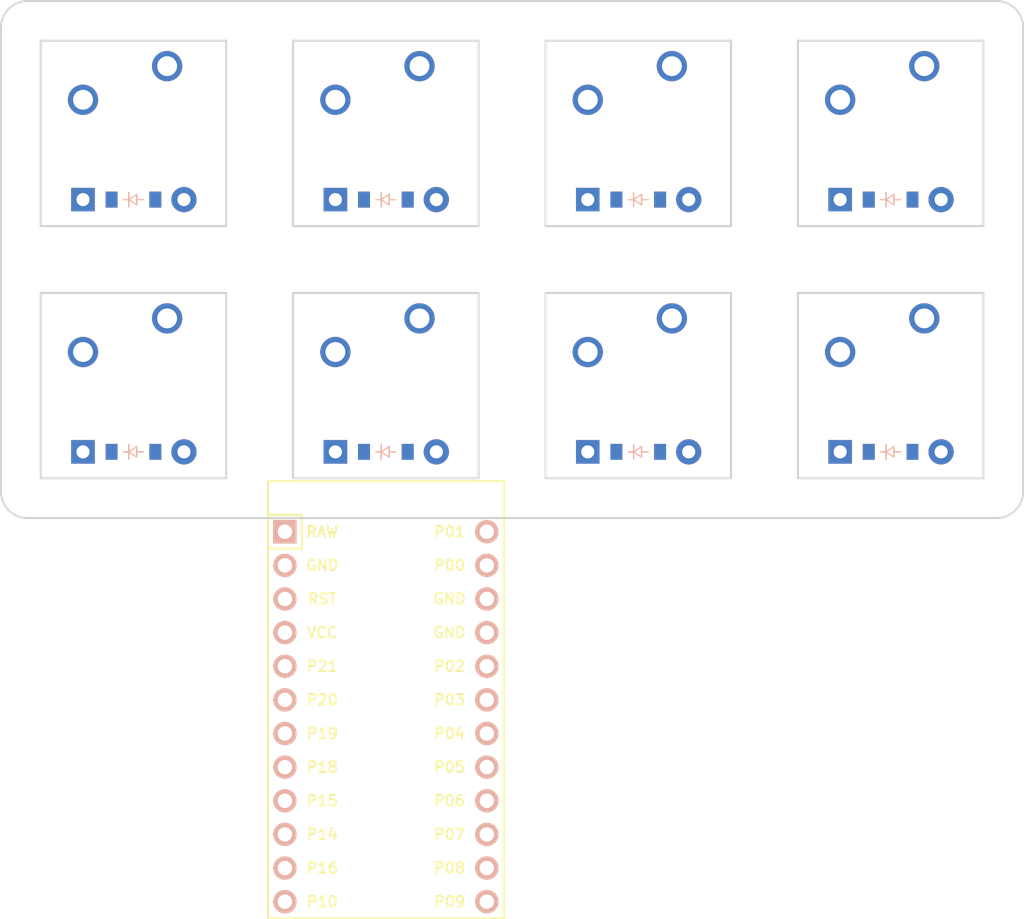
<source format=kicad_pcb>


(kicad_pcb (version 20171130) (host pcbnew 5.1.6)

  (page A3)
  (title_block
    (title "main")
    (rev "1")
    (company "Ergogen Design Prompt")
  )

  (general
    (thickness 1.6)
  )

  (layers
    (0 F.Cu signal)
    (31 B.Cu signal)
    (32 B.Adhes user)
    (33 F.Adhes user)
    (34 B.Paste user)
    (35 F.Paste user)
    (36 B.SilkS user)
    (37 F.SilkS user)
    (38 B.Mask user)
    (39 F.Mask user)
    (40 Dwgs.User user)
    (41 Cmts.User user)
    (42 Eco1.User user)
    (43 Eco2.User user)
    (44 Edge.Cuts user)
    (45 Margin user)
    (46 B.CrtYd user)
    (47 F.CrtYd user)
    (48 B.Fab user)
    (49 F.Fab user)
  )

  (setup
    (last_trace_width 0.25)
    (trace_clearance 0.2)
    (zone_clearance 0.508)
    (zone_45_only no)
    (trace_min 0.2)
    (via_size 0.8)
    (via_drill 0.4)
    (via_min_size 0.4)
    (via_min_drill 0.3)
    (uvia_size 0.3)
    (uvia_drill 0.1)
    (uvias_allowed no)
    (uvia_min_size 0.2)
    (uvia_min_drill 0.1)
    (edge_width 0.05)
    (segment_width 0.2)
    (pcb_text_width 0.3)
    (pcb_text_size 1.5 1.5)
    (mod_edge_width 0.12)
    (mod_text_size 1 1)
    (mod_text_width 0.15)
    (pad_size 1.524 1.524)
    (pad_drill 0.762)
    (pad_to_mask_clearance 0.05)
    (aux_axis_origin 0 0)
    (visible_elements FFFFFF7F)
    (pcbplotparams
      (layerselection 0x010fc_ffffffff)
      (usegerberextensions false)
      (usegerberattributes true)
      (usegerberadvancedattributes true)
      (creategerberjobfile true)
      (excludeedgelayer true)
      (linewidth 0.100000)
      (plotframeref false)
      (viasonmask false)
      (mode 1)
      (useauxorigin false)
      (hpglpennumber 1)
      (hpglpenspeed 20)
      (hpglpendiameter 15.000000)
      (psnegative false)
      (psa4output false)
      (plotreference true)
      (plotvalue true)
      (plotinvisibletext false)
      (padsonsilk false)
      (subtractmaskfromsilk false)
      (outputformat 1)
      (mirror false)
      (drillshape 1)
      (scaleselection 1)
      (outputdirectory ""))
  )

  (net 0 "")
(net 1 "C0")
(net 2 "col0_row0")
(net 3 "col0_row1")
(net 4 "C1")
(net 5 "col1_row0")
(net 6 "col1_row1")
(net 7 "C2")
(net 8 "col2_row0")
(net 9 "col2_row1")
(net 10 "C3")
(net 11 "col3_row0")
(net 12 "col3_row1")
(net 13 "R0")
(net 14 "R1")
(net 15 "RAW")
(net 16 "GND")
(net 17 "RST")
(net 18 "VCC")
(net 19 "P21")
(net 20 "P20")
(net 21 "P19")
(net 22 "P18")
(net 23 "P15")
(net 24 "P14")
(net 25 "P16")
(net 26 "P10")
(net 27 "P1")
(net 28 "P0")
(net 29 "P2")
(net 30 "P3")
(net 31 "P4")
(net 32 "P5")
(net 33 "P6")
(net 34 "P7")
(net 35 "P8")
(net 36 "P9")

  (net_class Default "This is the default net class."
    (clearance 0.2)
    (trace_width 0.25)
    (via_dia 0.8)
    (via_drill 0.4)
    (uvia_dia 0.3)
    (uvia_drill 0.1)
    (add_net "")
(add_net "C0")
(add_net "col0_row0")
(add_net "col0_row1")
(add_net "C1")
(add_net "col1_row0")
(add_net "col1_row1")
(add_net "C2")
(add_net "col2_row0")
(add_net "col2_row1")
(add_net "C3")
(add_net "col3_row0")
(add_net "col3_row1")
(add_net "R0")
(add_net "R1")
(add_net "RAW")
(add_net "GND")
(add_net "RST")
(add_net "VCC")
(add_net "P21")
(add_net "P20")
(add_net "P19")
(add_net "P18")
(add_net "P15")
(add_net "P14")
(add_net "P16")
(add_net "P10")
(add_net "P1")
(add_net "P0")
(add_net "P2")
(add_net "P3")
(add_net "P4")
(add_net "P5")
(add_net "P6")
(add_net "P7")
(add_net "P8")
(add_net "P9")
  )

  
        
      (module MX (layer F.Cu) (tedit 5DD4F656)
      (at 0 0 0)

      
      (fp_text reference "S1" (at 0 0) (layer F.SilkS) hide (effects (font (size 1.27 1.27) (thickness 0.15))))
      (fp_text value "" (at 0 0) (layer F.SilkS) hide (effects (font (size 1.27 1.27) (thickness 0.15))))

      
      (fp_line (start -7 -6) (end -7 -7) (layer Dwgs.User) (width 0.15))
      (fp_line (start -7 7) (end -6 7) (layer Dwgs.User) (width 0.15))
      (fp_line (start -6 -7) (end -7 -7) (layer Dwgs.User) (width 0.15))
      (fp_line (start -7 7) (end -7 6) (layer Dwgs.User) (width 0.15))
      (fp_line (start 7 6) (end 7 7) (layer Dwgs.User) (width 0.15))
      (fp_line (start 7 -7) (end 6 -7) (layer Dwgs.User) (width 0.15))
      (fp_line (start 6 7) (end 7 7) (layer Dwgs.User) (width 0.15))
      (fp_line (start 7 -7) (end 7 -6) (layer Dwgs.User) (width 0.15))
    
      
      (pad "" np_thru_hole circle (at 0 0) (size 3.9878 3.9878) (drill 3.9878) (layers *.Cu *.Mask))

      
      (pad "" np_thru_hole circle (at 5.08 0) (size 1.7018 1.7018) (drill 1.7018) (layers *.Cu *.Mask))
      (pad "" np_thru_hole circle (at -5.08 0) (size 1.7018 1.7018) (drill 1.7018) (layers *.Cu *.Mask))
      
        
        
            
            (pad 1 thru_hole circle (at 2.54 -5.08) (size 2.286 2.286) (drill 1.4986) (layers *.Cu *.Mask) (net 1 "C0"))
            (pad 2 thru_hole circle (at -3.81 -2.54) (size 2.286 2.286) (drill 1.4986) (layers *.Cu *.Mask) (net 2 "col0_row0"))
          )
        

        
      (module MX (layer F.Cu) (tedit 5DD4F656)
      (at 0 -19.05 0)

      
      (fp_text reference "S2" (at 0 0) (layer F.SilkS) hide (effects (font (size 1.27 1.27) (thickness 0.15))))
      (fp_text value "" (at 0 0) (layer F.SilkS) hide (effects (font (size 1.27 1.27) (thickness 0.15))))

      
      (fp_line (start -7 -6) (end -7 -7) (layer Dwgs.User) (width 0.15))
      (fp_line (start -7 7) (end -6 7) (layer Dwgs.User) (width 0.15))
      (fp_line (start -6 -7) (end -7 -7) (layer Dwgs.User) (width 0.15))
      (fp_line (start -7 7) (end -7 6) (layer Dwgs.User) (width 0.15))
      (fp_line (start 7 6) (end 7 7) (layer Dwgs.User) (width 0.15))
      (fp_line (start 7 -7) (end 6 -7) (layer Dwgs.User) (width 0.15))
      (fp_line (start 6 7) (end 7 7) (layer Dwgs.User) (width 0.15))
      (fp_line (start 7 -7) (end 7 -6) (layer Dwgs.User) (width 0.15))
    
      
      (pad "" np_thru_hole circle (at 0 0) (size 3.9878 3.9878) (drill 3.9878) (layers *.Cu *.Mask))

      
      (pad "" np_thru_hole circle (at 5.08 0) (size 1.7018 1.7018) (drill 1.7018) (layers *.Cu *.Mask))
      (pad "" np_thru_hole circle (at -5.08 0) (size 1.7018 1.7018) (drill 1.7018) (layers *.Cu *.Mask))
      
        
        
            
            (pad 1 thru_hole circle (at 2.54 -5.08) (size 2.286 2.286) (drill 1.4986) (layers *.Cu *.Mask) (net 1 "C0"))
            (pad 2 thru_hole circle (at -3.81 -2.54) (size 2.286 2.286) (drill 1.4986) (layers *.Cu *.Mask) (net 3 "col0_row1"))
          )
        

        
      (module MX (layer F.Cu) (tedit 5DD4F656)
      (at 19.05 0 0)

      
      (fp_text reference "S3" (at 0 0) (layer F.SilkS) hide (effects (font (size 1.27 1.27) (thickness 0.15))))
      (fp_text value "" (at 0 0) (layer F.SilkS) hide (effects (font (size 1.27 1.27) (thickness 0.15))))

      
      (fp_line (start -7 -6) (end -7 -7) (layer Dwgs.User) (width 0.15))
      (fp_line (start -7 7) (end -6 7) (layer Dwgs.User) (width 0.15))
      (fp_line (start -6 -7) (end -7 -7) (layer Dwgs.User) (width 0.15))
      (fp_line (start -7 7) (end -7 6) (layer Dwgs.User) (width 0.15))
      (fp_line (start 7 6) (end 7 7) (layer Dwgs.User) (width 0.15))
      (fp_line (start 7 -7) (end 6 -7) (layer Dwgs.User) (width 0.15))
      (fp_line (start 6 7) (end 7 7) (layer Dwgs.User) (width 0.15))
      (fp_line (start 7 -7) (end 7 -6) (layer Dwgs.User) (width 0.15))
    
      
      (pad "" np_thru_hole circle (at 0 0) (size 3.9878 3.9878) (drill 3.9878) (layers *.Cu *.Mask))

      
      (pad "" np_thru_hole circle (at 5.08 0) (size 1.7018 1.7018) (drill 1.7018) (layers *.Cu *.Mask))
      (pad "" np_thru_hole circle (at -5.08 0) (size 1.7018 1.7018) (drill 1.7018) (layers *.Cu *.Mask))
      
        
        
            
            (pad 1 thru_hole circle (at 2.54 -5.08) (size 2.286 2.286) (drill 1.4986) (layers *.Cu *.Mask) (net 4 "C1"))
            (pad 2 thru_hole circle (at -3.81 -2.54) (size 2.286 2.286) (drill 1.4986) (layers *.Cu *.Mask) (net 5 "col1_row0"))
          )
        

        
      (module MX (layer F.Cu) (tedit 5DD4F656)
      (at 19.05 -19.05 0)

      
      (fp_text reference "S4" (at 0 0) (layer F.SilkS) hide (effects (font (size 1.27 1.27) (thickness 0.15))))
      (fp_text value "" (at 0 0) (layer F.SilkS) hide (effects (font (size 1.27 1.27) (thickness 0.15))))

      
      (fp_line (start -7 -6) (end -7 -7) (layer Dwgs.User) (width 0.15))
      (fp_line (start -7 7) (end -6 7) (layer Dwgs.User) (width 0.15))
      (fp_line (start -6 -7) (end -7 -7) (layer Dwgs.User) (width 0.15))
      (fp_line (start -7 7) (end -7 6) (layer Dwgs.User) (width 0.15))
      (fp_line (start 7 6) (end 7 7) (layer Dwgs.User) (width 0.15))
      (fp_line (start 7 -7) (end 6 -7) (layer Dwgs.User) (width 0.15))
      (fp_line (start 6 7) (end 7 7) (layer Dwgs.User) (width 0.15))
      (fp_line (start 7 -7) (end 7 -6) (layer Dwgs.User) (width 0.15))
    
      
      (pad "" np_thru_hole circle (at 0 0) (size 3.9878 3.9878) (drill 3.9878) (layers *.Cu *.Mask))

      
      (pad "" np_thru_hole circle (at 5.08 0) (size 1.7018 1.7018) (drill 1.7018) (layers *.Cu *.Mask))
      (pad "" np_thru_hole circle (at -5.08 0) (size 1.7018 1.7018) (drill 1.7018) (layers *.Cu *.Mask))
      
        
        
            
            (pad 1 thru_hole circle (at 2.54 -5.08) (size 2.286 2.286) (drill 1.4986) (layers *.Cu *.Mask) (net 4 "C1"))
            (pad 2 thru_hole circle (at -3.81 -2.54) (size 2.286 2.286) (drill 1.4986) (layers *.Cu *.Mask) (net 6 "col1_row1"))
          )
        

        
      (module MX (layer F.Cu) (tedit 5DD4F656)
      (at 38.1 0 0)

      
      (fp_text reference "S5" (at 0 0) (layer F.SilkS) hide (effects (font (size 1.27 1.27) (thickness 0.15))))
      (fp_text value "" (at 0 0) (layer F.SilkS) hide (effects (font (size 1.27 1.27) (thickness 0.15))))

      
      (fp_line (start -7 -6) (end -7 -7) (layer Dwgs.User) (width 0.15))
      (fp_line (start -7 7) (end -6 7) (layer Dwgs.User) (width 0.15))
      (fp_line (start -6 -7) (end -7 -7) (layer Dwgs.User) (width 0.15))
      (fp_line (start -7 7) (end -7 6) (layer Dwgs.User) (width 0.15))
      (fp_line (start 7 6) (end 7 7) (layer Dwgs.User) (width 0.15))
      (fp_line (start 7 -7) (end 6 -7) (layer Dwgs.User) (width 0.15))
      (fp_line (start 6 7) (end 7 7) (layer Dwgs.User) (width 0.15))
      (fp_line (start 7 -7) (end 7 -6) (layer Dwgs.User) (width 0.15))
    
      
      (pad "" np_thru_hole circle (at 0 0) (size 3.9878 3.9878) (drill 3.9878) (layers *.Cu *.Mask))

      
      (pad "" np_thru_hole circle (at 5.08 0) (size 1.7018 1.7018) (drill 1.7018) (layers *.Cu *.Mask))
      (pad "" np_thru_hole circle (at -5.08 0) (size 1.7018 1.7018) (drill 1.7018) (layers *.Cu *.Mask))
      
        
        
            
            (pad 1 thru_hole circle (at 2.54 -5.08) (size 2.286 2.286) (drill 1.4986) (layers *.Cu *.Mask) (net 7 "C2"))
            (pad 2 thru_hole circle (at -3.81 -2.54) (size 2.286 2.286) (drill 1.4986) (layers *.Cu *.Mask) (net 8 "col2_row0"))
          )
        

        
      (module MX (layer F.Cu) (tedit 5DD4F656)
      (at 38.1 -19.05 0)

      
      (fp_text reference "S6" (at 0 0) (layer F.SilkS) hide (effects (font (size 1.27 1.27) (thickness 0.15))))
      (fp_text value "" (at 0 0) (layer F.SilkS) hide (effects (font (size 1.27 1.27) (thickness 0.15))))

      
      (fp_line (start -7 -6) (end -7 -7) (layer Dwgs.User) (width 0.15))
      (fp_line (start -7 7) (end -6 7) (layer Dwgs.User) (width 0.15))
      (fp_line (start -6 -7) (end -7 -7) (layer Dwgs.User) (width 0.15))
      (fp_line (start -7 7) (end -7 6) (layer Dwgs.User) (width 0.15))
      (fp_line (start 7 6) (end 7 7) (layer Dwgs.User) (width 0.15))
      (fp_line (start 7 -7) (end 6 -7) (layer Dwgs.User) (width 0.15))
      (fp_line (start 6 7) (end 7 7) (layer Dwgs.User) (width 0.15))
      (fp_line (start 7 -7) (end 7 -6) (layer Dwgs.User) (width 0.15))
    
      
      (pad "" np_thru_hole circle (at 0 0) (size 3.9878 3.9878) (drill 3.9878) (layers *.Cu *.Mask))

      
      (pad "" np_thru_hole circle (at 5.08 0) (size 1.7018 1.7018) (drill 1.7018) (layers *.Cu *.Mask))
      (pad "" np_thru_hole circle (at -5.08 0) (size 1.7018 1.7018) (drill 1.7018) (layers *.Cu *.Mask))
      
        
        
            
            (pad 1 thru_hole circle (at 2.54 -5.08) (size 2.286 2.286) (drill 1.4986) (layers *.Cu *.Mask) (net 7 "C2"))
            (pad 2 thru_hole circle (at -3.81 -2.54) (size 2.286 2.286) (drill 1.4986) (layers *.Cu *.Mask) (net 9 "col2_row1"))
          )
        

        
      (module MX (layer F.Cu) (tedit 5DD4F656)
      (at 57.15 0 0)

      
      (fp_text reference "S7" (at 0 0) (layer F.SilkS) hide (effects (font (size 1.27 1.27) (thickness 0.15))))
      (fp_text value "" (at 0 0) (layer F.SilkS) hide (effects (font (size 1.27 1.27) (thickness 0.15))))

      
      (fp_line (start -7 -6) (end -7 -7) (layer Dwgs.User) (width 0.15))
      (fp_line (start -7 7) (end -6 7) (layer Dwgs.User) (width 0.15))
      (fp_line (start -6 -7) (end -7 -7) (layer Dwgs.User) (width 0.15))
      (fp_line (start -7 7) (end -7 6) (layer Dwgs.User) (width 0.15))
      (fp_line (start 7 6) (end 7 7) (layer Dwgs.User) (width 0.15))
      (fp_line (start 7 -7) (end 6 -7) (layer Dwgs.User) (width 0.15))
      (fp_line (start 6 7) (end 7 7) (layer Dwgs.User) (width 0.15))
      (fp_line (start 7 -7) (end 7 -6) (layer Dwgs.User) (width 0.15))
    
      
      (pad "" np_thru_hole circle (at 0 0) (size 3.9878 3.9878) (drill 3.9878) (layers *.Cu *.Mask))

      
      (pad "" np_thru_hole circle (at 5.08 0) (size 1.7018 1.7018) (drill 1.7018) (layers *.Cu *.Mask))
      (pad "" np_thru_hole circle (at -5.08 0) (size 1.7018 1.7018) (drill 1.7018) (layers *.Cu *.Mask))
      
        
        
            
            (pad 1 thru_hole circle (at 2.54 -5.08) (size 2.286 2.286) (drill 1.4986) (layers *.Cu *.Mask) (net 10 "C3"))
            (pad 2 thru_hole circle (at -3.81 -2.54) (size 2.286 2.286) (drill 1.4986) (layers *.Cu *.Mask) (net 11 "col3_row0"))
          )
        

        
      (module MX (layer F.Cu) (tedit 5DD4F656)
      (at 57.15 -19.05 0)

      
      (fp_text reference "S8" (at 0 0) (layer F.SilkS) hide (effects (font (size 1.27 1.27) (thickness 0.15))))
      (fp_text value "" (at 0 0) (layer F.SilkS) hide (effects (font (size 1.27 1.27) (thickness 0.15))))

      
      (fp_line (start -7 -6) (end -7 -7) (layer Dwgs.User) (width 0.15))
      (fp_line (start -7 7) (end -6 7) (layer Dwgs.User) (width 0.15))
      (fp_line (start -6 -7) (end -7 -7) (layer Dwgs.User) (width 0.15))
      (fp_line (start -7 7) (end -7 6) (layer Dwgs.User) (width 0.15))
      (fp_line (start 7 6) (end 7 7) (layer Dwgs.User) (width 0.15))
      (fp_line (start 7 -7) (end 6 -7) (layer Dwgs.User) (width 0.15))
      (fp_line (start 6 7) (end 7 7) (layer Dwgs.User) (width 0.15))
      (fp_line (start 7 -7) (end 7 -6) (layer Dwgs.User) (width 0.15))
    
      
      (pad "" np_thru_hole circle (at 0 0) (size 3.9878 3.9878) (drill 3.9878) (layers *.Cu *.Mask))

      
      (pad "" np_thru_hole circle (at 5.08 0) (size 1.7018 1.7018) (drill 1.7018) (layers *.Cu *.Mask))
      (pad "" np_thru_hole circle (at -5.08 0) (size 1.7018 1.7018) (drill 1.7018) (layers *.Cu *.Mask))
      
        
        
            
            (pad 1 thru_hole circle (at 2.54 -5.08) (size 2.286 2.286) (drill 1.4986) (layers *.Cu *.Mask) (net 10 "C3"))
            (pad 2 thru_hole circle (at -3.81 -2.54) (size 2.286 2.286) (drill 1.4986) (layers *.Cu *.Mask) (net 12 "col3_row1"))
          )
        

  
    (module ComboDiode (layer F.Cu) (tedit 5B24D78E)


        (at 0 5 0)

        
        (fp_text reference "D1" (at 0 0) (layer F.SilkS) hide (effects (font (size 1.27 1.27) (thickness 0.15))))
        (fp_text value "" (at 0 0) (layer F.SilkS) hide (effects (font (size 1.27 1.27) (thickness 0.15))))
        
        
        (fp_line (start 0.25 0) (end 0.75 0) (layer F.SilkS) (width 0.1))
        (fp_line (start 0.25 0.4) (end -0.35 0) (layer F.SilkS) (width 0.1))
        (fp_line (start 0.25 -0.4) (end 0.25 0.4) (layer F.SilkS) (width 0.1))
        (fp_line (start -0.35 0) (end 0.25 -0.4) (layer F.SilkS) (width 0.1))
        (fp_line (start -0.35 0) (end -0.35 0.55) (layer F.SilkS) (width 0.1))
        (fp_line (start -0.35 0) (end -0.35 -0.55) (layer F.SilkS) (width 0.1))
        (fp_line (start -0.75 0) (end -0.35 0) (layer F.SilkS) (width 0.1))
        (fp_line (start 0.25 0) (end 0.75 0) (layer B.SilkS) (width 0.1))
        (fp_line (start 0.25 0.4) (end -0.35 0) (layer B.SilkS) (width 0.1))
        (fp_line (start 0.25 -0.4) (end 0.25 0.4) (layer B.SilkS) (width 0.1))
        (fp_line (start -0.35 0) (end 0.25 -0.4) (layer B.SilkS) (width 0.1))
        (fp_line (start -0.35 0) (end -0.35 0.55) (layer B.SilkS) (width 0.1))
        (fp_line (start -0.35 0) (end -0.35 -0.55) (layer B.SilkS) (width 0.1))
        (fp_line (start -0.75 0) (end -0.35 0) (layer B.SilkS) (width 0.1))
    
        
        (pad 1 smd rect (at -1.65 0 0) (size 0.9 1.2) (layers F.Cu F.Paste F.Mask) (net 13 "R0"))
        (pad 2 smd rect (at 1.65 0 0) (size 0.9 1.2) (layers B.Cu B.Paste B.Mask) (net 2 "col0_row0"))
        (pad 1 smd rect (at -1.65 0 0) (size 0.9 1.2) (layers B.Cu B.Paste B.Mask) (net 13 "R0"))
        (pad 2 smd rect (at 1.65 0 0) (size 0.9 1.2) (layers F.Cu F.Paste F.Mask) (net 2 "col0_row0"))
        
        
        (pad 1 thru_hole rect (at -3.81 0 0) (size 1.778 1.778) (drill 0.9906) (layers *.Cu *.Mask) (net 13 "R0"))
        (pad 2 thru_hole circle (at 3.81 0 0) (size 1.905 1.905) (drill 0.9906) (layers *.Cu *.Mask) (net 2 "col0_row0"))
    )
  
    

  
    (module ComboDiode (layer F.Cu) (tedit 5B24D78E)


        (at 0 -14.05 0)

        
        (fp_text reference "D2" (at 0 0) (layer F.SilkS) hide (effects (font (size 1.27 1.27) (thickness 0.15))))
        (fp_text value "" (at 0 0) (layer F.SilkS) hide (effects (font (size 1.27 1.27) (thickness 0.15))))
        
        
        (fp_line (start 0.25 0) (end 0.75 0) (layer F.SilkS) (width 0.1))
        (fp_line (start 0.25 0.4) (end -0.35 0) (layer F.SilkS) (width 0.1))
        (fp_line (start 0.25 -0.4) (end 0.25 0.4) (layer F.SilkS) (width 0.1))
        (fp_line (start -0.35 0) (end 0.25 -0.4) (layer F.SilkS) (width 0.1))
        (fp_line (start -0.35 0) (end -0.35 0.55) (layer F.SilkS) (width 0.1))
        (fp_line (start -0.35 0) (end -0.35 -0.55) (layer F.SilkS) (width 0.1))
        (fp_line (start -0.75 0) (end -0.35 0) (layer F.SilkS) (width 0.1))
        (fp_line (start 0.25 0) (end 0.75 0) (layer B.SilkS) (width 0.1))
        (fp_line (start 0.25 0.4) (end -0.35 0) (layer B.SilkS) (width 0.1))
        (fp_line (start 0.25 -0.4) (end 0.25 0.4) (layer B.SilkS) (width 0.1))
        (fp_line (start -0.35 0) (end 0.25 -0.4) (layer B.SilkS) (width 0.1))
        (fp_line (start -0.35 0) (end -0.35 0.55) (layer B.SilkS) (width 0.1))
        (fp_line (start -0.35 0) (end -0.35 -0.55) (layer B.SilkS) (width 0.1))
        (fp_line (start -0.75 0) (end -0.35 0) (layer B.SilkS) (width 0.1))
    
        
        (pad 1 smd rect (at -1.65 0 0) (size 0.9 1.2) (layers F.Cu F.Paste F.Mask) (net 14 "R1"))
        (pad 2 smd rect (at 1.65 0 0) (size 0.9 1.2) (layers B.Cu B.Paste B.Mask) (net 3 "col0_row1"))
        (pad 1 smd rect (at -1.65 0 0) (size 0.9 1.2) (layers B.Cu B.Paste B.Mask) (net 14 "R1"))
        (pad 2 smd rect (at 1.65 0 0) (size 0.9 1.2) (layers F.Cu F.Paste F.Mask) (net 3 "col0_row1"))
        
        
        (pad 1 thru_hole rect (at -3.81 0 0) (size 1.778 1.778) (drill 0.9906) (layers *.Cu *.Mask) (net 14 "R1"))
        (pad 2 thru_hole circle (at 3.81 0 0) (size 1.905 1.905) (drill 0.9906) (layers *.Cu *.Mask) (net 3 "col0_row1"))
    )
  
    

  
    (module ComboDiode (layer F.Cu) (tedit 5B24D78E)


        (at 19.05 5 0)

        
        (fp_text reference "D3" (at 0 0) (layer F.SilkS) hide (effects (font (size 1.27 1.27) (thickness 0.15))))
        (fp_text value "" (at 0 0) (layer F.SilkS) hide (effects (font (size 1.27 1.27) (thickness 0.15))))
        
        
        (fp_line (start 0.25 0) (end 0.75 0) (layer F.SilkS) (width 0.1))
        (fp_line (start 0.25 0.4) (end -0.35 0) (layer F.SilkS) (width 0.1))
        (fp_line (start 0.25 -0.4) (end 0.25 0.4) (layer F.SilkS) (width 0.1))
        (fp_line (start -0.35 0) (end 0.25 -0.4) (layer F.SilkS) (width 0.1))
        (fp_line (start -0.35 0) (end -0.35 0.55) (layer F.SilkS) (width 0.1))
        (fp_line (start -0.35 0) (end -0.35 -0.55) (layer F.SilkS) (width 0.1))
        (fp_line (start -0.75 0) (end -0.35 0) (layer F.SilkS) (width 0.1))
        (fp_line (start 0.25 0) (end 0.75 0) (layer B.SilkS) (width 0.1))
        (fp_line (start 0.25 0.4) (end -0.35 0) (layer B.SilkS) (width 0.1))
        (fp_line (start 0.25 -0.4) (end 0.25 0.4) (layer B.SilkS) (width 0.1))
        (fp_line (start -0.35 0) (end 0.25 -0.4) (layer B.SilkS) (width 0.1))
        (fp_line (start -0.35 0) (end -0.35 0.55) (layer B.SilkS) (width 0.1))
        (fp_line (start -0.35 0) (end -0.35 -0.55) (layer B.SilkS) (width 0.1))
        (fp_line (start -0.75 0) (end -0.35 0) (layer B.SilkS) (width 0.1))
    
        
        (pad 1 smd rect (at -1.65 0 0) (size 0.9 1.2) (layers F.Cu F.Paste F.Mask) (net 13 "R0"))
        (pad 2 smd rect (at 1.65 0 0) (size 0.9 1.2) (layers B.Cu B.Paste B.Mask) (net 5 "col1_row0"))
        (pad 1 smd rect (at -1.65 0 0) (size 0.9 1.2) (layers B.Cu B.Paste B.Mask) (net 13 "R0"))
        (pad 2 smd rect (at 1.65 0 0) (size 0.9 1.2) (layers F.Cu F.Paste F.Mask) (net 5 "col1_row0"))
        
        
        (pad 1 thru_hole rect (at -3.81 0 0) (size 1.778 1.778) (drill 0.9906) (layers *.Cu *.Mask) (net 13 "R0"))
        (pad 2 thru_hole circle (at 3.81 0 0) (size 1.905 1.905) (drill 0.9906) (layers *.Cu *.Mask) (net 5 "col1_row0"))
    )
  
    

  
    (module ComboDiode (layer F.Cu) (tedit 5B24D78E)


        (at 19.05 -14.05 0)

        
        (fp_text reference "D4" (at 0 0) (layer F.SilkS) hide (effects (font (size 1.27 1.27) (thickness 0.15))))
        (fp_text value "" (at 0 0) (layer F.SilkS) hide (effects (font (size 1.27 1.27) (thickness 0.15))))
        
        
        (fp_line (start 0.25 0) (end 0.75 0) (layer F.SilkS) (width 0.1))
        (fp_line (start 0.25 0.4) (end -0.35 0) (layer F.SilkS) (width 0.1))
        (fp_line (start 0.25 -0.4) (end 0.25 0.4) (layer F.SilkS) (width 0.1))
        (fp_line (start -0.35 0) (end 0.25 -0.4) (layer F.SilkS) (width 0.1))
        (fp_line (start -0.35 0) (end -0.35 0.55) (layer F.SilkS) (width 0.1))
        (fp_line (start -0.35 0) (end -0.35 -0.55) (layer F.SilkS) (width 0.1))
        (fp_line (start -0.75 0) (end -0.35 0) (layer F.SilkS) (width 0.1))
        (fp_line (start 0.25 0) (end 0.75 0) (layer B.SilkS) (width 0.1))
        (fp_line (start 0.25 0.4) (end -0.35 0) (layer B.SilkS) (width 0.1))
        (fp_line (start 0.25 -0.4) (end 0.25 0.4) (layer B.SilkS) (width 0.1))
        (fp_line (start -0.35 0) (end 0.25 -0.4) (layer B.SilkS) (width 0.1))
        (fp_line (start -0.35 0) (end -0.35 0.55) (layer B.SilkS) (width 0.1))
        (fp_line (start -0.35 0) (end -0.35 -0.55) (layer B.SilkS) (width 0.1))
        (fp_line (start -0.75 0) (end -0.35 0) (layer B.SilkS) (width 0.1))
    
        
        (pad 1 smd rect (at -1.65 0 0) (size 0.9 1.2) (layers F.Cu F.Paste F.Mask) (net 14 "R1"))
        (pad 2 smd rect (at 1.65 0 0) (size 0.9 1.2) (layers B.Cu B.Paste B.Mask) (net 6 "col1_row1"))
        (pad 1 smd rect (at -1.65 0 0) (size 0.9 1.2) (layers B.Cu B.Paste B.Mask) (net 14 "R1"))
        (pad 2 smd rect (at 1.65 0 0) (size 0.9 1.2) (layers F.Cu F.Paste F.Mask) (net 6 "col1_row1"))
        
        
        (pad 1 thru_hole rect (at -3.81 0 0) (size 1.778 1.778) (drill 0.9906) (layers *.Cu *.Mask) (net 14 "R1"))
        (pad 2 thru_hole circle (at 3.81 0 0) (size 1.905 1.905) (drill 0.9906) (layers *.Cu *.Mask) (net 6 "col1_row1"))
    )
  
    

  
    (module ComboDiode (layer F.Cu) (tedit 5B24D78E)


        (at 38.1 5 0)

        
        (fp_text reference "D5" (at 0 0) (layer F.SilkS) hide (effects (font (size 1.27 1.27) (thickness 0.15))))
        (fp_text value "" (at 0 0) (layer F.SilkS) hide (effects (font (size 1.27 1.27) (thickness 0.15))))
        
        
        (fp_line (start 0.25 0) (end 0.75 0) (layer F.SilkS) (width 0.1))
        (fp_line (start 0.25 0.4) (end -0.35 0) (layer F.SilkS) (width 0.1))
        (fp_line (start 0.25 -0.4) (end 0.25 0.4) (layer F.SilkS) (width 0.1))
        (fp_line (start -0.35 0) (end 0.25 -0.4) (layer F.SilkS) (width 0.1))
        (fp_line (start -0.35 0) (end -0.35 0.55) (layer F.SilkS) (width 0.1))
        (fp_line (start -0.35 0) (end -0.35 -0.55) (layer F.SilkS) (width 0.1))
        (fp_line (start -0.75 0) (end -0.35 0) (layer F.SilkS) (width 0.1))
        (fp_line (start 0.25 0) (end 0.75 0) (layer B.SilkS) (width 0.1))
        (fp_line (start 0.25 0.4) (end -0.35 0) (layer B.SilkS) (width 0.1))
        (fp_line (start 0.25 -0.4) (end 0.25 0.4) (layer B.SilkS) (width 0.1))
        (fp_line (start -0.35 0) (end 0.25 -0.4) (layer B.SilkS) (width 0.1))
        (fp_line (start -0.35 0) (end -0.35 0.55) (layer B.SilkS) (width 0.1))
        (fp_line (start -0.35 0) (end -0.35 -0.55) (layer B.SilkS) (width 0.1))
        (fp_line (start -0.75 0) (end -0.35 0) (layer B.SilkS) (width 0.1))
    
        
        (pad 1 smd rect (at -1.65 0 0) (size 0.9 1.2) (layers F.Cu F.Paste F.Mask) (net 13 "R0"))
        (pad 2 smd rect (at 1.65 0 0) (size 0.9 1.2) (layers B.Cu B.Paste B.Mask) (net 8 "col2_row0"))
        (pad 1 smd rect (at -1.65 0 0) (size 0.9 1.2) (layers B.Cu B.Paste B.Mask) (net 13 "R0"))
        (pad 2 smd rect (at 1.65 0 0) (size 0.9 1.2) (layers F.Cu F.Paste F.Mask) (net 8 "col2_row0"))
        
        
        (pad 1 thru_hole rect (at -3.81 0 0) (size 1.778 1.778) (drill 0.9906) (layers *.Cu *.Mask) (net 13 "R0"))
        (pad 2 thru_hole circle (at 3.81 0 0) (size 1.905 1.905) (drill 0.9906) (layers *.Cu *.Mask) (net 8 "col2_row0"))
    )
  
    

  
    (module ComboDiode (layer F.Cu) (tedit 5B24D78E)


        (at 38.1 -14.05 0)

        
        (fp_text reference "D6" (at 0 0) (layer F.SilkS) hide (effects (font (size 1.27 1.27) (thickness 0.15))))
        (fp_text value "" (at 0 0) (layer F.SilkS) hide (effects (font (size 1.27 1.27) (thickness 0.15))))
        
        
        (fp_line (start 0.25 0) (end 0.75 0) (layer F.SilkS) (width 0.1))
        (fp_line (start 0.25 0.4) (end -0.35 0) (layer F.SilkS) (width 0.1))
        (fp_line (start 0.25 -0.4) (end 0.25 0.4) (layer F.SilkS) (width 0.1))
        (fp_line (start -0.35 0) (end 0.25 -0.4) (layer F.SilkS) (width 0.1))
        (fp_line (start -0.35 0) (end -0.35 0.55) (layer F.SilkS) (width 0.1))
        (fp_line (start -0.35 0) (end -0.35 -0.55) (layer F.SilkS) (width 0.1))
        (fp_line (start -0.75 0) (end -0.35 0) (layer F.SilkS) (width 0.1))
        (fp_line (start 0.25 0) (end 0.75 0) (layer B.SilkS) (width 0.1))
        (fp_line (start 0.25 0.4) (end -0.35 0) (layer B.SilkS) (width 0.1))
        (fp_line (start 0.25 -0.4) (end 0.25 0.4) (layer B.SilkS) (width 0.1))
        (fp_line (start -0.35 0) (end 0.25 -0.4) (layer B.SilkS) (width 0.1))
        (fp_line (start -0.35 0) (end -0.35 0.55) (layer B.SilkS) (width 0.1))
        (fp_line (start -0.35 0) (end -0.35 -0.55) (layer B.SilkS) (width 0.1))
        (fp_line (start -0.75 0) (end -0.35 0) (layer B.SilkS) (width 0.1))
    
        
        (pad 1 smd rect (at -1.65 0 0) (size 0.9 1.2) (layers F.Cu F.Paste F.Mask) (net 14 "R1"))
        (pad 2 smd rect (at 1.65 0 0) (size 0.9 1.2) (layers B.Cu B.Paste B.Mask) (net 9 "col2_row1"))
        (pad 1 smd rect (at -1.65 0 0) (size 0.9 1.2) (layers B.Cu B.Paste B.Mask) (net 14 "R1"))
        (pad 2 smd rect (at 1.65 0 0) (size 0.9 1.2) (layers F.Cu F.Paste F.Mask) (net 9 "col2_row1"))
        
        
        (pad 1 thru_hole rect (at -3.81 0 0) (size 1.778 1.778) (drill 0.9906) (layers *.Cu *.Mask) (net 14 "R1"))
        (pad 2 thru_hole circle (at 3.81 0 0) (size 1.905 1.905) (drill 0.9906) (layers *.Cu *.Mask) (net 9 "col2_row1"))
    )
  
    

  
    (module ComboDiode (layer F.Cu) (tedit 5B24D78E)


        (at 57.15 5 0)

        
        (fp_text reference "D7" (at 0 0) (layer F.SilkS) hide (effects (font (size 1.27 1.27) (thickness 0.15))))
        (fp_text value "" (at 0 0) (layer F.SilkS) hide (effects (font (size 1.27 1.27) (thickness 0.15))))
        
        
        (fp_line (start 0.25 0) (end 0.75 0) (layer F.SilkS) (width 0.1))
        (fp_line (start 0.25 0.4) (end -0.35 0) (layer F.SilkS) (width 0.1))
        (fp_line (start 0.25 -0.4) (end 0.25 0.4) (layer F.SilkS) (width 0.1))
        (fp_line (start -0.35 0) (end 0.25 -0.4) (layer F.SilkS) (width 0.1))
        (fp_line (start -0.35 0) (end -0.35 0.55) (layer F.SilkS) (width 0.1))
        (fp_line (start -0.35 0) (end -0.35 -0.55) (layer F.SilkS) (width 0.1))
        (fp_line (start -0.75 0) (end -0.35 0) (layer F.SilkS) (width 0.1))
        (fp_line (start 0.25 0) (end 0.75 0) (layer B.SilkS) (width 0.1))
        (fp_line (start 0.25 0.4) (end -0.35 0) (layer B.SilkS) (width 0.1))
        (fp_line (start 0.25 -0.4) (end 0.25 0.4) (layer B.SilkS) (width 0.1))
        (fp_line (start -0.35 0) (end 0.25 -0.4) (layer B.SilkS) (width 0.1))
        (fp_line (start -0.35 0) (end -0.35 0.55) (layer B.SilkS) (width 0.1))
        (fp_line (start -0.35 0) (end -0.35 -0.55) (layer B.SilkS) (width 0.1))
        (fp_line (start -0.75 0) (end -0.35 0) (layer B.SilkS) (width 0.1))
    
        
        (pad 1 smd rect (at -1.65 0 0) (size 0.9 1.2) (layers F.Cu F.Paste F.Mask) (net 13 "R0"))
        (pad 2 smd rect (at 1.65 0 0) (size 0.9 1.2) (layers B.Cu B.Paste B.Mask) (net 11 "col3_row0"))
        (pad 1 smd rect (at -1.65 0 0) (size 0.9 1.2) (layers B.Cu B.Paste B.Mask) (net 13 "R0"))
        (pad 2 smd rect (at 1.65 0 0) (size 0.9 1.2) (layers F.Cu F.Paste F.Mask) (net 11 "col3_row0"))
        
        
        (pad 1 thru_hole rect (at -3.81 0 0) (size 1.778 1.778) (drill 0.9906) (layers *.Cu *.Mask) (net 13 "R0"))
        (pad 2 thru_hole circle (at 3.81 0 0) (size 1.905 1.905) (drill 0.9906) (layers *.Cu *.Mask) (net 11 "col3_row0"))
    )
  
    

  
    (module ComboDiode (layer F.Cu) (tedit 5B24D78E)


        (at 57.15 -14.05 0)

        
        (fp_text reference "D8" (at 0 0) (layer F.SilkS) hide (effects (font (size 1.27 1.27) (thickness 0.15))))
        (fp_text value "" (at 0 0) (layer F.SilkS) hide (effects (font (size 1.27 1.27) (thickness 0.15))))
        
        
        (fp_line (start 0.25 0) (end 0.75 0) (layer F.SilkS) (width 0.1))
        (fp_line (start 0.25 0.4) (end -0.35 0) (layer F.SilkS) (width 0.1))
        (fp_line (start 0.25 -0.4) (end 0.25 0.4) (layer F.SilkS) (width 0.1))
        (fp_line (start -0.35 0) (end 0.25 -0.4) (layer F.SilkS) (width 0.1))
        (fp_line (start -0.35 0) (end -0.35 0.55) (layer F.SilkS) (width 0.1))
        (fp_line (start -0.35 0) (end -0.35 -0.55) (layer F.SilkS) (width 0.1))
        (fp_line (start -0.75 0) (end -0.35 0) (layer F.SilkS) (width 0.1))
        (fp_line (start 0.25 0) (end 0.75 0) (layer B.SilkS) (width 0.1))
        (fp_line (start 0.25 0.4) (end -0.35 0) (layer B.SilkS) (width 0.1))
        (fp_line (start 0.25 -0.4) (end 0.25 0.4) (layer B.SilkS) (width 0.1))
        (fp_line (start -0.35 0) (end 0.25 -0.4) (layer B.SilkS) (width 0.1))
        (fp_line (start -0.35 0) (end -0.35 0.55) (layer B.SilkS) (width 0.1))
        (fp_line (start -0.35 0) (end -0.35 -0.55) (layer B.SilkS) (width 0.1))
        (fp_line (start -0.75 0) (end -0.35 0) (layer B.SilkS) (width 0.1))
    
        
        (pad 1 smd rect (at -1.65 0 0) (size 0.9 1.2) (layers F.Cu F.Paste F.Mask) (net 14 "R1"))
        (pad 2 smd rect (at 1.65 0 0) (size 0.9 1.2) (layers B.Cu B.Paste B.Mask) (net 12 "col3_row1"))
        (pad 1 smd rect (at -1.65 0 0) (size 0.9 1.2) (layers B.Cu B.Paste B.Mask) (net 14 "R1"))
        (pad 2 smd rect (at 1.65 0 0) (size 0.9 1.2) (layers F.Cu F.Paste F.Mask) (net 12 "col3_row1"))
        
        
        (pad 1 thru_hole rect (at -3.81 0 0) (size 1.778 1.778) (drill 0.9906) (layers *.Cu *.Mask) (net 14 "R1"))
        (pad 2 thru_hole circle (at 3.81 0 0) (size 1.905 1.905) (drill 0.9906) (layers *.Cu *.Mask) (net 12 "col3_row1"))
    )
  
    

        
      (module ProMicro (layer F.Cu) (tedit 5B307E4C)
      (at 19.05 25 270)

      
      (fp_text reference "MCU1" (at 0 0) (layer F.SilkS) hide (effects (font (size 1.27 1.27) (thickness 0.15))))
      (fp_text value "" (at 0 0) (layer F.SilkS) hide (effects (font (size 1.27 1.27) (thickness 0.15))))
    
      
      (fp_line (start -19.304 -3.81) (end -14.224 -3.81) (layer Dwgs.User) (width 0.15))
      (fp_line (start -19.304 3.81) (end -19.304 -3.81) (layer Dwgs.User) (width 0.15))
      (fp_line (start -14.224 3.81) (end -19.304 3.81) (layer Dwgs.User) (width 0.15))
      (fp_line (start -14.224 -3.81) (end -14.224 3.81) (layer Dwgs.User) (width 0.15))
    
      
      (fp_line (start -17.78 8.89) (end 15.24 8.89) (layer F.SilkS) (width 0.15))
      (fp_line (start 15.24 8.89) (end 15.24 -8.89) (layer F.SilkS) (width 0.15))
      (fp_line (start 15.24 -8.89) (end -17.78 -8.89) (layer F.SilkS) (width 0.15))
      (fp_line (start -17.78 -8.89) (end -17.78 8.89) (layer F.SilkS) (width 0.15))
      
        
        
        (fp_line (start -15.24 6.35) (end -12.7 6.35) (layer F.SilkS) (width 0.15))
        (fp_line (start -15.24 6.35) (end -15.24 8.89) (layer F.SilkS) (width 0.15))
        (fp_line (start -12.7 6.35) (end -12.7 8.89) (layer F.SilkS) (width 0.15))
      
        
        (fp_text user RAW (at -13.97 4.8 360) (layer F.SilkS) (effects (font (size 0.8 0.8) (thickness 0.15))))
        (fp_text user GND (at -11.43 4.8 360) (layer F.SilkS) (effects (font (size 0.8 0.8) (thickness 0.15))))
        (fp_text user RST (at -8.89 4.8 360) (layer F.SilkS) (effects (font (size 0.8 0.8) (thickness 0.15))))
        (fp_text user VCC (at -6.35 4.8 360) (layer F.SilkS) (effects (font (size 0.8 0.8) (thickness 0.15))))
        (fp_text user P21 (at -3.81 4.8 360) (layer F.SilkS) (effects (font (size 0.8 0.8) (thickness 0.15))))
        (fp_text user P20 (at -1.27 4.8 360) (layer F.SilkS) (effects (font (size 0.8 0.8) (thickness 0.15))))
        (fp_text user P19 (at 1.27 4.8 360) (layer F.SilkS) (effects (font (size 0.8 0.8) (thickness 0.15))))
        (fp_text user P18 (at 3.81 4.8 360) (layer F.SilkS) (effects (font (size 0.8 0.8) (thickness 0.15))))
        (fp_text user P15 (at 6.35 4.8 360) (layer F.SilkS) (effects (font (size 0.8 0.8) (thickness 0.15))))
        (fp_text user P14 (at 8.89 4.8 360) (layer F.SilkS) (effects (font (size 0.8 0.8) (thickness 0.15))))
        (fp_text user P16 (at 11.43 4.8 360) (layer F.SilkS) (effects (font (size 0.8 0.8) (thickness 0.15))))
        (fp_text user P10 (at 13.97 4.8 360) (layer F.SilkS) (effects (font (size 0.8 0.8) (thickness 0.15))))
      
        (fp_text user P01 (at -13.97 -4.8 360) (layer F.SilkS) (effects (font (size 0.8 0.8) (thickness 0.15))))
        (fp_text user P00 (at -11.43 -4.8 360) (layer F.SilkS) (effects (font (size 0.8 0.8) (thickness 0.15))))
        (fp_text user GND (at -8.89 -4.8 360) (layer F.SilkS) (effects (font (size 0.8 0.8) (thickness 0.15))))
        (fp_text user GND (at -6.35 -4.8 360) (layer F.SilkS) (effects (font (size 0.8 0.8) (thickness 0.15))))
        (fp_text user P02 (at -3.81 -4.8 360) (layer F.SilkS) (effects (font (size 0.8 0.8) (thickness 0.15))))
        (fp_text user P03 (at -1.27 -4.8 360) (layer F.SilkS) (effects (font (size 0.8 0.8) (thickness 0.15))))
        (fp_text user P04 (at 1.27 -4.8 360) (layer F.SilkS) (effects (font (size 0.8 0.8) (thickness 0.15))))
        (fp_text user P05 (at 3.81 -4.8 360) (layer F.SilkS) (effects (font (size 0.8 0.8) (thickness 0.15))))
        (fp_text user P06 (at 6.35 -4.8 360) (layer F.SilkS) (effects (font (size 0.8 0.8) (thickness 0.15))))
        (fp_text user P07 (at 8.89 -4.8 360) (layer F.SilkS) (effects (font (size 0.8 0.8) (thickness 0.15))))
        (fp_text user P08 (at 11.43 -4.8 360) (layer F.SilkS) (effects (font (size 0.8 0.8) (thickness 0.15))))
        (fp_text user P09 (at 13.97 -4.8 360) (layer F.SilkS) (effects (font (size 0.8 0.8) (thickness 0.15))))
      
        
        (pad 1 thru_hole rect (at -13.97 7.62 270) (size 1.7526 1.7526) (drill 1.0922) (layers *.Cu *.SilkS *.Mask) (net 15 "RAW"))
        (pad 2 thru_hole circle (at -11.43 7.62 0) (size 1.7526 1.7526) (drill 1.0922) (layers *.Cu *.SilkS *.Mask) (net 16 "GND"))
        (pad 3 thru_hole circle (at -8.89 7.62 0) (size 1.7526 1.7526) (drill 1.0922) (layers *.Cu *.SilkS *.Mask) (net 17 "RST"))
        (pad 4 thru_hole circle (at -6.35 7.62 0) (size 1.7526 1.7526) (drill 1.0922) (layers *.Cu *.SilkS *.Mask) (net 18 "VCC"))
        (pad 5 thru_hole circle (at -3.81 7.62 0) (size 1.7526 1.7526) (drill 1.0922) (layers *.Cu *.SilkS *.Mask) (net 19 "P21"))
        (pad 6 thru_hole circle (at -1.27 7.62 0) (size 1.7526 1.7526) (drill 1.0922) (layers *.Cu *.SilkS *.Mask) (net 20 "P20"))
        (pad 7 thru_hole circle (at 1.27 7.62 0) (size 1.7526 1.7526) (drill 1.0922) (layers *.Cu *.SilkS *.Mask) (net 21 "P19"))
        (pad 8 thru_hole circle (at 3.81 7.62 0) (size 1.7526 1.7526) (drill 1.0922) (layers *.Cu *.SilkS *.Mask) (net 22 "P18"))
        (pad 9 thru_hole circle (at 6.35 7.62 0) (size 1.7526 1.7526) (drill 1.0922) (layers *.Cu *.SilkS *.Mask) (net 23 "P15"))
        (pad 10 thru_hole circle (at 8.89 7.62 0) (size 1.7526 1.7526) (drill 1.0922) (layers *.Cu *.SilkS *.Mask) (net 24 "P14"))
        (pad 11 thru_hole circle (at 11.43 7.62 0) (size 1.7526 1.7526) (drill 1.0922) (layers *.Cu *.SilkS *.Mask) (net 25 "P16"))
        (pad 12 thru_hole circle (at 13.97 7.62 0) (size 1.7526 1.7526) (drill 1.0922) (layers *.Cu *.SilkS *.Mask) (net 26 "P10"))
        
        (pad 13 thru_hole circle (at -13.97 -7.62 0) (size 1.7526 1.7526) (drill 1.0922) (layers *.Cu *.SilkS *.Mask) (net 27 "P1"))
        (pad 14 thru_hole circle (at -11.43 -7.62 0) (size 1.7526 1.7526) (drill 1.0922) (layers *.Cu *.SilkS *.Mask) (net 28 "P0"))
        (pad 15 thru_hole circle (at -8.89 -7.62 0) (size 1.7526 1.7526) (drill 1.0922) (layers *.Cu *.SilkS *.Mask) (net 16 "GND"))
        (pad 16 thru_hole circle (at -6.35 -7.62 0) (size 1.7526 1.7526) (drill 1.0922) (layers *.Cu *.SilkS *.Mask) (net 16 "GND"))
        (pad 17 thru_hole circle (at -3.81 -7.62 0) (size 1.7526 1.7526) (drill 1.0922) (layers *.Cu *.SilkS *.Mask) (net 29 "P2"))
        (pad 18 thru_hole circle (at -1.27 -7.62 0) (size 1.7526 1.7526) (drill 1.0922) (layers *.Cu *.SilkS *.Mask) (net 30 "P3"))
        (pad 19 thru_hole circle (at 1.27 -7.62 0) (size 1.7526 1.7526) (drill 1.0922) (layers *.Cu *.SilkS *.Mask) (net 31 "P4"))
        (pad 20 thru_hole circle (at 3.81 -7.62 0) (size 1.7526 1.7526) (drill 1.0922) (layers *.Cu *.SilkS *.Mask) (net 32 "P5"))
        (pad 21 thru_hole circle (at 6.35 -7.62 0) (size 1.7526 1.7526) (drill 1.0922) (layers *.Cu *.SilkS *.Mask) (net 33 "P6"))
        (pad 22 thru_hole circle (at 8.89 -7.62 0) (size 1.7526 1.7526) (drill 1.0922) (layers *.Cu *.SilkS *.Mask) (net 34 "P7"))
        (pad 23 thru_hole circle (at 11.43 -7.62 0) (size 1.7526 1.7526) (drill 1.0922) (layers *.Cu *.SilkS *.Mask) (net 35 "P8"))
        (pad 24 thru_hole circle (at 13.97 -7.62 0) (size 1.7526 1.7526) (drill 1.0922) (layers *.Cu *.SilkS *.Mask) (net 36 "P9"))
      )
        
  (gr_line (start -10 -27.05) (end -10 8) (angle 90) (layer Edge.Cuts) (width 0.15))
(gr_line (start -8 10) (end 65.15 10) (angle 90) (layer Edge.Cuts) (width 0.15))
(gr_line (start 67.15 8) (end 67.15 -27.05) (angle 90) (layer Edge.Cuts) (width 0.15))
(gr_line (start 65.15 -29.05) (end -8 -29.05) (angle 90) (layer Edge.Cuts) (width 0.15))
(gr_arc (start -8 8) (end -10 8) (angle -90) (layer Edge.Cuts) (width 0.15))
(gr_arc (start 65.15 8) (end 65.15 10) (angle -90) (layer Edge.Cuts) (width 0.15))
(gr_arc (start 65.15 -27.05) (end 67.15 -27.05) (angle -90) (layer Edge.Cuts) (width 0.15))
(gr_arc (start -8 -27.05) (end -8 -29.05) (angle -90) (layer Edge.Cuts) (width 0.15))
(gr_line (start -7 7) (end 7 7) (angle 90) (layer Edge.Cuts) (width 0.15))
(gr_line (start 7 7) (end 7 -7) (angle 90) (layer Edge.Cuts) (width 0.15))
(gr_line (start 7 -7) (end -7 -7) (angle 90) (layer Edge.Cuts) (width 0.15))
(gr_line (start -7 -7) (end -7 7) (angle 90) (layer Edge.Cuts) (width 0.15))
(gr_line (start -7 -12.05) (end 7 -12.05) (angle 90) (layer Edge.Cuts) (width 0.15))
(gr_line (start 7 -12.05) (end 7 -26.05) (angle 90) (layer Edge.Cuts) (width 0.15))
(gr_line (start 7 -26.05) (end -7 -26.05) (angle 90) (layer Edge.Cuts) (width 0.15))
(gr_line (start -7 -26.05) (end -7 -12.05) (angle 90) (layer Edge.Cuts) (width 0.15))
(gr_line (start 12.05 7) (end 26.05 7) (angle 90) (layer Edge.Cuts) (width 0.15))
(gr_line (start 26.05 7) (end 26.05 -7) (angle 90) (layer Edge.Cuts) (width 0.15))
(gr_line (start 26.05 -7) (end 12.05 -7) (angle 90) (layer Edge.Cuts) (width 0.15))
(gr_line (start 12.05 -7) (end 12.05 7) (angle 90) (layer Edge.Cuts) (width 0.15))
(gr_line (start 12.05 -12.05) (end 26.05 -12.05) (angle 90) (layer Edge.Cuts) (width 0.15))
(gr_line (start 26.05 -12.05) (end 26.05 -26.05) (angle 90) (layer Edge.Cuts) (width 0.15))
(gr_line (start 26.05 -26.05) (end 12.05 -26.05) (angle 90) (layer Edge.Cuts) (width 0.15))
(gr_line (start 12.05 -26.05) (end 12.05 -12.05) (angle 90) (layer Edge.Cuts) (width 0.15))
(gr_line (start 31.1 7) (end 45.1 7) (angle 90) (layer Edge.Cuts) (width 0.15))
(gr_line (start 45.1 7) (end 45.1 -7) (angle 90) (layer Edge.Cuts) (width 0.15))
(gr_line (start 45.1 -7) (end 31.1 -7) (angle 90) (layer Edge.Cuts) (width 0.15))
(gr_line (start 31.1 -7) (end 31.1 7) (angle 90) (layer Edge.Cuts) (width 0.15))
(gr_line (start 31.1 -12.05) (end 45.1 -12.05) (angle 90) (layer Edge.Cuts) (width 0.15))
(gr_line (start 45.1 -12.05) (end 45.1 -26.05) (angle 90) (layer Edge.Cuts) (width 0.15))
(gr_line (start 45.1 -26.05) (end 31.1 -26.05) (angle 90) (layer Edge.Cuts) (width 0.15))
(gr_line (start 31.1 -26.05) (end 31.1 -12.05) (angle 90) (layer Edge.Cuts) (width 0.15))
(gr_line (start 50.15 7) (end 64.15 7) (angle 90) (layer Edge.Cuts) (width 0.15))
(gr_line (start 64.15 7) (end 64.15 -7) (angle 90) (layer Edge.Cuts) (width 0.15))
(gr_line (start 64.15 -7) (end 50.15 -7) (angle 90) (layer Edge.Cuts) (width 0.15))
(gr_line (start 50.15 -7) (end 50.15 7) (angle 90) (layer Edge.Cuts) (width 0.15))
(gr_line (start 50.15 -12.05) (end 64.15 -12.05) (angle 90) (layer Edge.Cuts) (width 0.15))
(gr_line (start 64.15 -12.05) (end 64.15 -26.05) (angle 90) (layer Edge.Cuts) (width 0.15))
(gr_line (start 64.15 -26.05) (end 50.15 -26.05) (angle 90) (layer Edge.Cuts) (width 0.15))
(gr_line (start 50.15 -26.05) (end 50.15 -12.05) (angle 90) (layer Edge.Cuts) (width 0.15))

)


</source>
